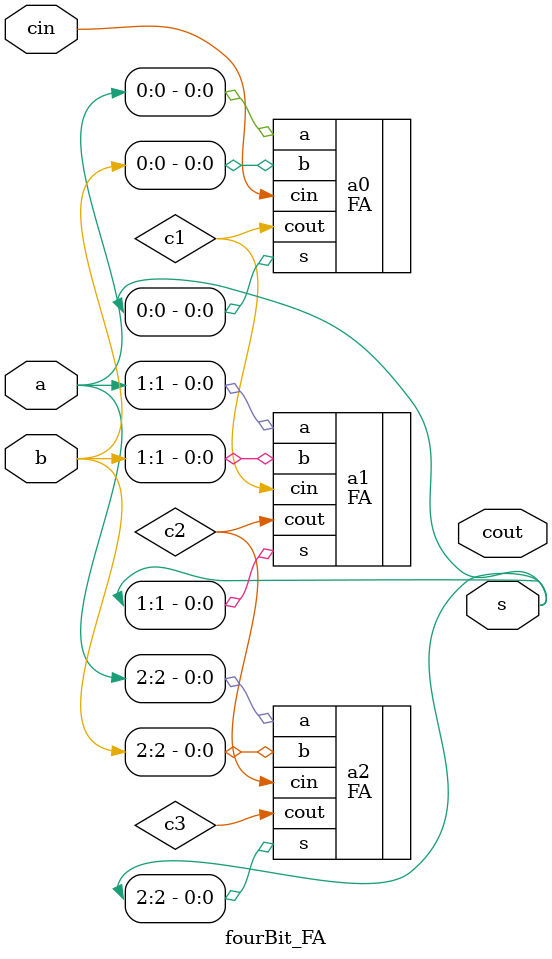
<source format=v>
module fourBit_FA(a,b,cin,cout,s);
	//some inputs and outputs are 1-bit, some are 4-bit
	input [2:0] a, b; 
	input cin;
	output [2:0] s;
	output cout;
	wire c1, c2, c3, c4; //c4 will be ignored 
	wire [3:0] temp;
	
	// adding
	FA a0(.a(a[0]), .b(b[0]), .cin(cin), .s(s[0]), .cout(c1));
	FA a1(.a(a[1]), .b(b[1]), .cin(c1), .s(s[1]), .cout(c2));
	FA a2(.a(a[2]), .b(b[2]), .cin(c2), .s(s[2]), .cout(c3));
	//FA a3(.a(a[3]), .b(b[3]), .cin(c3), .s(s[3]), .cout(cout));

	
endmodule
</source>
